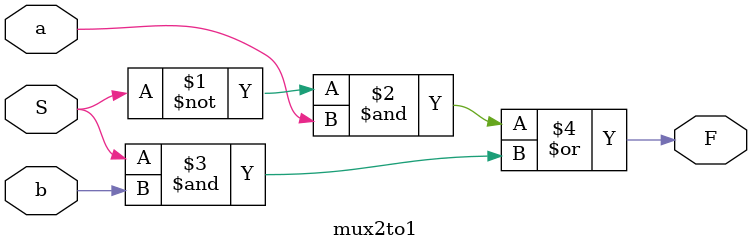
<source format=v>
/*
____________ LAB 1 ____________
Module Multiplexer with:
	- Input: x2 components - a, b
	- Output: x1 component - F
	- 1 select - S
*/
module mux2to1(a,b,S,F);
	input a, b, S;
	output F;
	assign F=(~S&a)|(S&b);
endmodule

</source>
